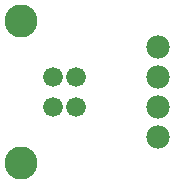
<source format=gtl>
G04 MADE WITH FRITZING*
G04 WWW.FRITZING.ORG*
G04 DOUBLE SIDED*
G04 HOLES PLATED*
G04 CONTOUR ON CENTER OF CONTOUR VECTOR*
%ASAXBY*%
%FSLAX23Y23*%
%MOIN*%
%OFA0B0*%
%SFA1.0B1.0*%
%ADD10C,0.066000*%
%ADD11C,0.110000*%
%ADD12C,0.078000*%
%LNCOPPER1*%
G90*
G70*
G54D10*
X730Y772D03*
X730Y871D03*
X652Y871D03*
X652Y772D03*
G54D11*
X545Y584D03*
X545Y1058D03*
G54D10*
X730Y772D03*
X730Y871D03*
X652Y871D03*
X652Y772D03*
G54D11*
X545Y584D03*
X545Y1058D03*
G54D12*
X1002Y971D03*
X1002Y871D03*
X1002Y771D03*
X1002Y671D03*
G04 End of Copper1*
M02*
</source>
